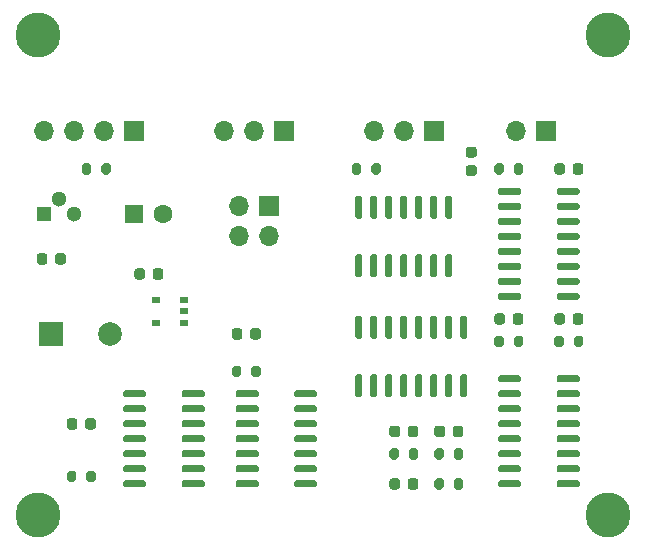
<source format=gts>
G04 #@! TF.GenerationSoftware,KiCad,Pcbnew,(5.1.10-1-10_14)*
G04 #@! TF.CreationDate,2021-06-28T15:59:20-07:00*
G04 #@! TF.ProjectId,qiroll PAS digital logic,7169726f-6c6c-4205-9041-532064696769,rev?*
G04 #@! TF.SameCoordinates,Original*
G04 #@! TF.FileFunction,Soldermask,Top*
G04 #@! TF.FilePolarity,Negative*
%FSLAX46Y46*%
G04 Gerber Fmt 4.6, Leading zero omitted, Abs format (unit mm)*
G04 Created by KiCad (PCBNEW (5.1.10-1-10_14)) date 2021-06-28 15:59:20*
%MOMM*%
%LPD*%
G01*
G04 APERTURE LIST*
%ADD10C,3.800000*%
%ADD11O,1.700000X1.700000*%
%ADD12R,1.700000X1.700000*%
%ADD13R,0.700000X0.510000*%
%ADD14R,1.300000X1.300000*%
%ADD15C,1.300000*%
%ADD16C,1.600000*%
%ADD17R,1.600000X1.600000*%
%ADD18C,2.000000*%
%ADD19R,2.000000X2.000000*%
G04 APERTURE END LIST*
D10*
G04 #@! TO.C,H4*
X113792000Y-85852000D03*
G04 #@! TD*
G04 #@! TO.C,H3*
X162052000Y-85852000D03*
G04 #@! TD*
G04 #@! TO.C,H2*
X113792000Y-45212000D03*
G04 #@! TD*
G04 #@! TO.C,H1*
X162052000Y-45212000D03*
G04 #@! TD*
D11*
G04 #@! TO.C,J5*
X130810000Y-62230000D03*
X130810000Y-59690000D03*
X133350000Y-62230000D03*
D12*
X133350000Y-59690000D03*
G04 #@! TD*
G04 #@! TO.C,U1*
G36*
G01*
X157710000Y-58570000D02*
X157710000Y-58270000D01*
G75*
G02*
X157860000Y-58120000I150000J0D01*
G01*
X159510000Y-58120000D01*
G75*
G02*
X159660000Y-58270000I0J-150000D01*
G01*
X159660000Y-58570000D01*
G75*
G02*
X159510000Y-58720000I-150000J0D01*
G01*
X157860000Y-58720000D01*
G75*
G02*
X157710000Y-58570000I0J150000D01*
G01*
G37*
G36*
G01*
X157710000Y-59840000D02*
X157710000Y-59540000D01*
G75*
G02*
X157860000Y-59390000I150000J0D01*
G01*
X159510000Y-59390000D01*
G75*
G02*
X159660000Y-59540000I0J-150000D01*
G01*
X159660000Y-59840000D01*
G75*
G02*
X159510000Y-59990000I-150000J0D01*
G01*
X157860000Y-59990000D01*
G75*
G02*
X157710000Y-59840000I0J150000D01*
G01*
G37*
G36*
G01*
X157710000Y-61110000D02*
X157710000Y-60810000D01*
G75*
G02*
X157860000Y-60660000I150000J0D01*
G01*
X159510000Y-60660000D01*
G75*
G02*
X159660000Y-60810000I0J-150000D01*
G01*
X159660000Y-61110000D01*
G75*
G02*
X159510000Y-61260000I-150000J0D01*
G01*
X157860000Y-61260000D01*
G75*
G02*
X157710000Y-61110000I0J150000D01*
G01*
G37*
G36*
G01*
X157710000Y-62380000D02*
X157710000Y-62080000D01*
G75*
G02*
X157860000Y-61930000I150000J0D01*
G01*
X159510000Y-61930000D01*
G75*
G02*
X159660000Y-62080000I0J-150000D01*
G01*
X159660000Y-62380000D01*
G75*
G02*
X159510000Y-62530000I-150000J0D01*
G01*
X157860000Y-62530000D01*
G75*
G02*
X157710000Y-62380000I0J150000D01*
G01*
G37*
G36*
G01*
X157710000Y-63650000D02*
X157710000Y-63350000D01*
G75*
G02*
X157860000Y-63200000I150000J0D01*
G01*
X159510000Y-63200000D01*
G75*
G02*
X159660000Y-63350000I0J-150000D01*
G01*
X159660000Y-63650000D01*
G75*
G02*
X159510000Y-63800000I-150000J0D01*
G01*
X157860000Y-63800000D01*
G75*
G02*
X157710000Y-63650000I0J150000D01*
G01*
G37*
G36*
G01*
X157710000Y-64920000D02*
X157710000Y-64620000D01*
G75*
G02*
X157860000Y-64470000I150000J0D01*
G01*
X159510000Y-64470000D01*
G75*
G02*
X159660000Y-64620000I0J-150000D01*
G01*
X159660000Y-64920000D01*
G75*
G02*
X159510000Y-65070000I-150000J0D01*
G01*
X157860000Y-65070000D01*
G75*
G02*
X157710000Y-64920000I0J150000D01*
G01*
G37*
G36*
G01*
X157710000Y-66190000D02*
X157710000Y-65890000D01*
G75*
G02*
X157860000Y-65740000I150000J0D01*
G01*
X159510000Y-65740000D01*
G75*
G02*
X159660000Y-65890000I0J-150000D01*
G01*
X159660000Y-66190000D01*
G75*
G02*
X159510000Y-66340000I-150000J0D01*
G01*
X157860000Y-66340000D01*
G75*
G02*
X157710000Y-66190000I0J150000D01*
G01*
G37*
G36*
G01*
X157710000Y-67460000D02*
X157710000Y-67160000D01*
G75*
G02*
X157860000Y-67010000I150000J0D01*
G01*
X159510000Y-67010000D01*
G75*
G02*
X159660000Y-67160000I0J-150000D01*
G01*
X159660000Y-67460000D01*
G75*
G02*
X159510000Y-67610000I-150000J0D01*
G01*
X157860000Y-67610000D01*
G75*
G02*
X157710000Y-67460000I0J150000D01*
G01*
G37*
G36*
G01*
X152760000Y-67460000D02*
X152760000Y-67160000D01*
G75*
G02*
X152910000Y-67010000I150000J0D01*
G01*
X154560000Y-67010000D01*
G75*
G02*
X154710000Y-67160000I0J-150000D01*
G01*
X154710000Y-67460000D01*
G75*
G02*
X154560000Y-67610000I-150000J0D01*
G01*
X152910000Y-67610000D01*
G75*
G02*
X152760000Y-67460000I0J150000D01*
G01*
G37*
G36*
G01*
X152760000Y-66190000D02*
X152760000Y-65890000D01*
G75*
G02*
X152910000Y-65740000I150000J0D01*
G01*
X154560000Y-65740000D01*
G75*
G02*
X154710000Y-65890000I0J-150000D01*
G01*
X154710000Y-66190000D01*
G75*
G02*
X154560000Y-66340000I-150000J0D01*
G01*
X152910000Y-66340000D01*
G75*
G02*
X152760000Y-66190000I0J150000D01*
G01*
G37*
G36*
G01*
X152760000Y-64920000D02*
X152760000Y-64620000D01*
G75*
G02*
X152910000Y-64470000I150000J0D01*
G01*
X154560000Y-64470000D01*
G75*
G02*
X154710000Y-64620000I0J-150000D01*
G01*
X154710000Y-64920000D01*
G75*
G02*
X154560000Y-65070000I-150000J0D01*
G01*
X152910000Y-65070000D01*
G75*
G02*
X152760000Y-64920000I0J150000D01*
G01*
G37*
G36*
G01*
X152760000Y-63650000D02*
X152760000Y-63350000D01*
G75*
G02*
X152910000Y-63200000I150000J0D01*
G01*
X154560000Y-63200000D01*
G75*
G02*
X154710000Y-63350000I0J-150000D01*
G01*
X154710000Y-63650000D01*
G75*
G02*
X154560000Y-63800000I-150000J0D01*
G01*
X152910000Y-63800000D01*
G75*
G02*
X152760000Y-63650000I0J150000D01*
G01*
G37*
G36*
G01*
X152760000Y-62380000D02*
X152760000Y-62080000D01*
G75*
G02*
X152910000Y-61930000I150000J0D01*
G01*
X154560000Y-61930000D01*
G75*
G02*
X154710000Y-62080000I0J-150000D01*
G01*
X154710000Y-62380000D01*
G75*
G02*
X154560000Y-62530000I-150000J0D01*
G01*
X152910000Y-62530000D01*
G75*
G02*
X152760000Y-62380000I0J150000D01*
G01*
G37*
G36*
G01*
X152760000Y-61110000D02*
X152760000Y-60810000D01*
G75*
G02*
X152910000Y-60660000I150000J0D01*
G01*
X154560000Y-60660000D01*
G75*
G02*
X154710000Y-60810000I0J-150000D01*
G01*
X154710000Y-61110000D01*
G75*
G02*
X154560000Y-61260000I-150000J0D01*
G01*
X152910000Y-61260000D01*
G75*
G02*
X152760000Y-61110000I0J150000D01*
G01*
G37*
G36*
G01*
X152760000Y-59840000D02*
X152760000Y-59540000D01*
G75*
G02*
X152910000Y-59390000I150000J0D01*
G01*
X154560000Y-59390000D01*
G75*
G02*
X154710000Y-59540000I0J-150000D01*
G01*
X154710000Y-59840000D01*
G75*
G02*
X154560000Y-59990000I-150000J0D01*
G01*
X152910000Y-59990000D01*
G75*
G02*
X152760000Y-59840000I0J150000D01*
G01*
G37*
G36*
G01*
X152760000Y-58570000D02*
X152760000Y-58270000D01*
G75*
G02*
X152910000Y-58120000I150000J0D01*
G01*
X154560000Y-58120000D01*
G75*
G02*
X154710000Y-58270000I0J-150000D01*
G01*
X154710000Y-58570000D01*
G75*
G02*
X154560000Y-58720000I-150000J0D01*
G01*
X152910000Y-58720000D01*
G75*
G02*
X152760000Y-58570000I0J150000D01*
G01*
G37*
G04 #@! TD*
G04 #@! TO.C,R10*
G36*
G01*
X119170000Y-56790000D02*
X119170000Y-56240000D01*
G75*
G02*
X119370000Y-56040000I200000J0D01*
G01*
X119770000Y-56040000D01*
G75*
G02*
X119970000Y-56240000I0J-200000D01*
G01*
X119970000Y-56790000D01*
G75*
G02*
X119770000Y-56990000I-200000J0D01*
G01*
X119370000Y-56990000D01*
G75*
G02*
X119170000Y-56790000I0J200000D01*
G01*
G37*
G36*
G01*
X117520000Y-56790000D02*
X117520000Y-56240000D01*
G75*
G02*
X117720000Y-56040000I200000J0D01*
G01*
X118120000Y-56040000D01*
G75*
G02*
X118320000Y-56240000I0J-200000D01*
G01*
X118320000Y-56790000D01*
G75*
G02*
X118120000Y-56990000I-200000J0D01*
G01*
X117720000Y-56990000D01*
G75*
G02*
X117520000Y-56790000I0J200000D01*
G01*
G37*
G04 #@! TD*
D13*
G04 #@! TO.C,U8*
X123808000Y-69530000D03*
X123808000Y-67630000D03*
X126128000Y-67630000D03*
X126128000Y-68580000D03*
X126128000Y-69530000D03*
G04 #@! TD*
G04 #@! TO.C,U7*
G36*
G01*
X122960000Y-83035000D02*
X122960000Y-83335000D01*
G75*
G02*
X122810000Y-83485000I-150000J0D01*
G01*
X121160000Y-83485000D01*
G75*
G02*
X121010000Y-83335000I0J150000D01*
G01*
X121010000Y-83035000D01*
G75*
G02*
X121160000Y-82885000I150000J0D01*
G01*
X122810000Y-82885000D01*
G75*
G02*
X122960000Y-83035000I0J-150000D01*
G01*
G37*
G36*
G01*
X122960000Y-81765000D02*
X122960000Y-82065000D01*
G75*
G02*
X122810000Y-82215000I-150000J0D01*
G01*
X121160000Y-82215000D01*
G75*
G02*
X121010000Y-82065000I0J150000D01*
G01*
X121010000Y-81765000D01*
G75*
G02*
X121160000Y-81615000I150000J0D01*
G01*
X122810000Y-81615000D01*
G75*
G02*
X122960000Y-81765000I0J-150000D01*
G01*
G37*
G36*
G01*
X122960000Y-80495000D02*
X122960000Y-80795000D01*
G75*
G02*
X122810000Y-80945000I-150000J0D01*
G01*
X121160000Y-80945000D01*
G75*
G02*
X121010000Y-80795000I0J150000D01*
G01*
X121010000Y-80495000D01*
G75*
G02*
X121160000Y-80345000I150000J0D01*
G01*
X122810000Y-80345000D01*
G75*
G02*
X122960000Y-80495000I0J-150000D01*
G01*
G37*
G36*
G01*
X122960000Y-79225000D02*
X122960000Y-79525000D01*
G75*
G02*
X122810000Y-79675000I-150000J0D01*
G01*
X121160000Y-79675000D01*
G75*
G02*
X121010000Y-79525000I0J150000D01*
G01*
X121010000Y-79225000D01*
G75*
G02*
X121160000Y-79075000I150000J0D01*
G01*
X122810000Y-79075000D01*
G75*
G02*
X122960000Y-79225000I0J-150000D01*
G01*
G37*
G36*
G01*
X122960000Y-77955000D02*
X122960000Y-78255000D01*
G75*
G02*
X122810000Y-78405000I-150000J0D01*
G01*
X121160000Y-78405000D01*
G75*
G02*
X121010000Y-78255000I0J150000D01*
G01*
X121010000Y-77955000D01*
G75*
G02*
X121160000Y-77805000I150000J0D01*
G01*
X122810000Y-77805000D01*
G75*
G02*
X122960000Y-77955000I0J-150000D01*
G01*
G37*
G36*
G01*
X122960000Y-76685000D02*
X122960000Y-76985000D01*
G75*
G02*
X122810000Y-77135000I-150000J0D01*
G01*
X121160000Y-77135000D01*
G75*
G02*
X121010000Y-76985000I0J150000D01*
G01*
X121010000Y-76685000D01*
G75*
G02*
X121160000Y-76535000I150000J0D01*
G01*
X122810000Y-76535000D01*
G75*
G02*
X122960000Y-76685000I0J-150000D01*
G01*
G37*
G36*
G01*
X122960000Y-75415000D02*
X122960000Y-75715000D01*
G75*
G02*
X122810000Y-75865000I-150000J0D01*
G01*
X121160000Y-75865000D01*
G75*
G02*
X121010000Y-75715000I0J150000D01*
G01*
X121010000Y-75415000D01*
G75*
G02*
X121160000Y-75265000I150000J0D01*
G01*
X122810000Y-75265000D01*
G75*
G02*
X122960000Y-75415000I0J-150000D01*
G01*
G37*
G36*
G01*
X127910000Y-75415000D02*
X127910000Y-75715000D01*
G75*
G02*
X127760000Y-75865000I-150000J0D01*
G01*
X126110000Y-75865000D01*
G75*
G02*
X125960000Y-75715000I0J150000D01*
G01*
X125960000Y-75415000D01*
G75*
G02*
X126110000Y-75265000I150000J0D01*
G01*
X127760000Y-75265000D01*
G75*
G02*
X127910000Y-75415000I0J-150000D01*
G01*
G37*
G36*
G01*
X127910000Y-76685000D02*
X127910000Y-76985000D01*
G75*
G02*
X127760000Y-77135000I-150000J0D01*
G01*
X126110000Y-77135000D01*
G75*
G02*
X125960000Y-76985000I0J150000D01*
G01*
X125960000Y-76685000D01*
G75*
G02*
X126110000Y-76535000I150000J0D01*
G01*
X127760000Y-76535000D01*
G75*
G02*
X127910000Y-76685000I0J-150000D01*
G01*
G37*
G36*
G01*
X127910000Y-77955000D02*
X127910000Y-78255000D01*
G75*
G02*
X127760000Y-78405000I-150000J0D01*
G01*
X126110000Y-78405000D01*
G75*
G02*
X125960000Y-78255000I0J150000D01*
G01*
X125960000Y-77955000D01*
G75*
G02*
X126110000Y-77805000I150000J0D01*
G01*
X127760000Y-77805000D01*
G75*
G02*
X127910000Y-77955000I0J-150000D01*
G01*
G37*
G36*
G01*
X127910000Y-79225000D02*
X127910000Y-79525000D01*
G75*
G02*
X127760000Y-79675000I-150000J0D01*
G01*
X126110000Y-79675000D01*
G75*
G02*
X125960000Y-79525000I0J150000D01*
G01*
X125960000Y-79225000D01*
G75*
G02*
X126110000Y-79075000I150000J0D01*
G01*
X127760000Y-79075000D01*
G75*
G02*
X127910000Y-79225000I0J-150000D01*
G01*
G37*
G36*
G01*
X127910000Y-80495000D02*
X127910000Y-80795000D01*
G75*
G02*
X127760000Y-80945000I-150000J0D01*
G01*
X126110000Y-80945000D01*
G75*
G02*
X125960000Y-80795000I0J150000D01*
G01*
X125960000Y-80495000D01*
G75*
G02*
X126110000Y-80345000I150000J0D01*
G01*
X127760000Y-80345000D01*
G75*
G02*
X127910000Y-80495000I0J-150000D01*
G01*
G37*
G36*
G01*
X127910000Y-81765000D02*
X127910000Y-82065000D01*
G75*
G02*
X127760000Y-82215000I-150000J0D01*
G01*
X126110000Y-82215000D01*
G75*
G02*
X125960000Y-82065000I0J150000D01*
G01*
X125960000Y-81765000D01*
G75*
G02*
X126110000Y-81615000I150000J0D01*
G01*
X127760000Y-81615000D01*
G75*
G02*
X127910000Y-81765000I0J-150000D01*
G01*
G37*
G36*
G01*
X127910000Y-83035000D02*
X127910000Y-83335000D01*
G75*
G02*
X127760000Y-83485000I-150000J0D01*
G01*
X126110000Y-83485000D01*
G75*
G02*
X125960000Y-83335000I0J150000D01*
G01*
X125960000Y-83035000D01*
G75*
G02*
X126110000Y-82885000I150000J0D01*
G01*
X127760000Y-82885000D01*
G75*
G02*
X127910000Y-83035000I0J-150000D01*
G01*
G37*
G04 #@! TD*
G04 #@! TO.C,U6*
G36*
G01*
X148440000Y-63730000D02*
X148740000Y-63730000D01*
G75*
G02*
X148890000Y-63880000I0J-150000D01*
G01*
X148890000Y-65530000D01*
G75*
G02*
X148740000Y-65680000I-150000J0D01*
G01*
X148440000Y-65680000D01*
G75*
G02*
X148290000Y-65530000I0J150000D01*
G01*
X148290000Y-63880000D01*
G75*
G02*
X148440000Y-63730000I150000J0D01*
G01*
G37*
G36*
G01*
X147170000Y-63730000D02*
X147470000Y-63730000D01*
G75*
G02*
X147620000Y-63880000I0J-150000D01*
G01*
X147620000Y-65530000D01*
G75*
G02*
X147470000Y-65680000I-150000J0D01*
G01*
X147170000Y-65680000D01*
G75*
G02*
X147020000Y-65530000I0J150000D01*
G01*
X147020000Y-63880000D01*
G75*
G02*
X147170000Y-63730000I150000J0D01*
G01*
G37*
G36*
G01*
X145900000Y-63730000D02*
X146200000Y-63730000D01*
G75*
G02*
X146350000Y-63880000I0J-150000D01*
G01*
X146350000Y-65530000D01*
G75*
G02*
X146200000Y-65680000I-150000J0D01*
G01*
X145900000Y-65680000D01*
G75*
G02*
X145750000Y-65530000I0J150000D01*
G01*
X145750000Y-63880000D01*
G75*
G02*
X145900000Y-63730000I150000J0D01*
G01*
G37*
G36*
G01*
X144630000Y-63730000D02*
X144930000Y-63730000D01*
G75*
G02*
X145080000Y-63880000I0J-150000D01*
G01*
X145080000Y-65530000D01*
G75*
G02*
X144930000Y-65680000I-150000J0D01*
G01*
X144630000Y-65680000D01*
G75*
G02*
X144480000Y-65530000I0J150000D01*
G01*
X144480000Y-63880000D01*
G75*
G02*
X144630000Y-63730000I150000J0D01*
G01*
G37*
G36*
G01*
X143360000Y-63730000D02*
X143660000Y-63730000D01*
G75*
G02*
X143810000Y-63880000I0J-150000D01*
G01*
X143810000Y-65530000D01*
G75*
G02*
X143660000Y-65680000I-150000J0D01*
G01*
X143360000Y-65680000D01*
G75*
G02*
X143210000Y-65530000I0J150000D01*
G01*
X143210000Y-63880000D01*
G75*
G02*
X143360000Y-63730000I150000J0D01*
G01*
G37*
G36*
G01*
X142090000Y-63730000D02*
X142390000Y-63730000D01*
G75*
G02*
X142540000Y-63880000I0J-150000D01*
G01*
X142540000Y-65530000D01*
G75*
G02*
X142390000Y-65680000I-150000J0D01*
G01*
X142090000Y-65680000D01*
G75*
G02*
X141940000Y-65530000I0J150000D01*
G01*
X141940000Y-63880000D01*
G75*
G02*
X142090000Y-63730000I150000J0D01*
G01*
G37*
G36*
G01*
X140820000Y-63730000D02*
X141120000Y-63730000D01*
G75*
G02*
X141270000Y-63880000I0J-150000D01*
G01*
X141270000Y-65530000D01*
G75*
G02*
X141120000Y-65680000I-150000J0D01*
G01*
X140820000Y-65680000D01*
G75*
G02*
X140670000Y-65530000I0J150000D01*
G01*
X140670000Y-63880000D01*
G75*
G02*
X140820000Y-63730000I150000J0D01*
G01*
G37*
G36*
G01*
X140820000Y-58780000D02*
X141120000Y-58780000D01*
G75*
G02*
X141270000Y-58930000I0J-150000D01*
G01*
X141270000Y-60580000D01*
G75*
G02*
X141120000Y-60730000I-150000J0D01*
G01*
X140820000Y-60730000D01*
G75*
G02*
X140670000Y-60580000I0J150000D01*
G01*
X140670000Y-58930000D01*
G75*
G02*
X140820000Y-58780000I150000J0D01*
G01*
G37*
G36*
G01*
X142090000Y-58780000D02*
X142390000Y-58780000D01*
G75*
G02*
X142540000Y-58930000I0J-150000D01*
G01*
X142540000Y-60580000D01*
G75*
G02*
X142390000Y-60730000I-150000J0D01*
G01*
X142090000Y-60730000D01*
G75*
G02*
X141940000Y-60580000I0J150000D01*
G01*
X141940000Y-58930000D01*
G75*
G02*
X142090000Y-58780000I150000J0D01*
G01*
G37*
G36*
G01*
X143360000Y-58780000D02*
X143660000Y-58780000D01*
G75*
G02*
X143810000Y-58930000I0J-150000D01*
G01*
X143810000Y-60580000D01*
G75*
G02*
X143660000Y-60730000I-150000J0D01*
G01*
X143360000Y-60730000D01*
G75*
G02*
X143210000Y-60580000I0J150000D01*
G01*
X143210000Y-58930000D01*
G75*
G02*
X143360000Y-58780000I150000J0D01*
G01*
G37*
G36*
G01*
X144630000Y-58780000D02*
X144930000Y-58780000D01*
G75*
G02*
X145080000Y-58930000I0J-150000D01*
G01*
X145080000Y-60580000D01*
G75*
G02*
X144930000Y-60730000I-150000J0D01*
G01*
X144630000Y-60730000D01*
G75*
G02*
X144480000Y-60580000I0J150000D01*
G01*
X144480000Y-58930000D01*
G75*
G02*
X144630000Y-58780000I150000J0D01*
G01*
G37*
G36*
G01*
X145900000Y-58780000D02*
X146200000Y-58780000D01*
G75*
G02*
X146350000Y-58930000I0J-150000D01*
G01*
X146350000Y-60580000D01*
G75*
G02*
X146200000Y-60730000I-150000J0D01*
G01*
X145900000Y-60730000D01*
G75*
G02*
X145750000Y-60580000I0J150000D01*
G01*
X145750000Y-58930000D01*
G75*
G02*
X145900000Y-58780000I150000J0D01*
G01*
G37*
G36*
G01*
X147170000Y-58780000D02*
X147470000Y-58780000D01*
G75*
G02*
X147620000Y-58930000I0J-150000D01*
G01*
X147620000Y-60580000D01*
G75*
G02*
X147470000Y-60730000I-150000J0D01*
G01*
X147170000Y-60730000D01*
G75*
G02*
X147020000Y-60580000I0J150000D01*
G01*
X147020000Y-58930000D01*
G75*
G02*
X147170000Y-58780000I150000J0D01*
G01*
G37*
G36*
G01*
X148440000Y-58780000D02*
X148740000Y-58780000D01*
G75*
G02*
X148890000Y-58930000I0J-150000D01*
G01*
X148890000Y-60580000D01*
G75*
G02*
X148740000Y-60730000I-150000J0D01*
G01*
X148440000Y-60730000D01*
G75*
G02*
X148290000Y-60580000I0J150000D01*
G01*
X148290000Y-58930000D01*
G75*
G02*
X148440000Y-58780000I150000J0D01*
G01*
G37*
G04 #@! TD*
D14*
G04 #@! TO.C,U5*
X114300000Y-60325000D03*
D15*
X116840000Y-60325000D03*
X115570000Y-59055000D03*
G04 #@! TD*
G04 #@! TO.C,U4*
G36*
G01*
X157710000Y-74445000D02*
X157710000Y-74145000D01*
G75*
G02*
X157860000Y-73995000I150000J0D01*
G01*
X159510000Y-73995000D01*
G75*
G02*
X159660000Y-74145000I0J-150000D01*
G01*
X159660000Y-74445000D01*
G75*
G02*
X159510000Y-74595000I-150000J0D01*
G01*
X157860000Y-74595000D01*
G75*
G02*
X157710000Y-74445000I0J150000D01*
G01*
G37*
G36*
G01*
X157710000Y-75715000D02*
X157710000Y-75415000D01*
G75*
G02*
X157860000Y-75265000I150000J0D01*
G01*
X159510000Y-75265000D01*
G75*
G02*
X159660000Y-75415000I0J-150000D01*
G01*
X159660000Y-75715000D01*
G75*
G02*
X159510000Y-75865000I-150000J0D01*
G01*
X157860000Y-75865000D01*
G75*
G02*
X157710000Y-75715000I0J150000D01*
G01*
G37*
G36*
G01*
X157710000Y-76985000D02*
X157710000Y-76685000D01*
G75*
G02*
X157860000Y-76535000I150000J0D01*
G01*
X159510000Y-76535000D01*
G75*
G02*
X159660000Y-76685000I0J-150000D01*
G01*
X159660000Y-76985000D01*
G75*
G02*
X159510000Y-77135000I-150000J0D01*
G01*
X157860000Y-77135000D01*
G75*
G02*
X157710000Y-76985000I0J150000D01*
G01*
G37*
G36*
G01*
X157710000Y-78255000D02*
X157710000Y-77955000D01*
G75*
G02*
X157860000Y-77805000I150000J0D01*
G01*
X159510000Y-77805000D01*
G75*
G02*
X159660000Y-77955000I0J-150000D01*
G01*
X159660000Y-78255000D01*
G75*
G02*
X159510000Y-78405000I-150000J0D01*
G01*
X157860000Y-78405000D01*
G75*
G02*
X157710000Y-78255000I0J150000D01*
G01*
G37*
G36*
G01*
X157710000Y-79525000D02*
X157710000Y-79225000D01*
G75*
G02*
X157860000Y-79075000I150000J0D01*
G01*
X159510000Y-79075000D01*
G75*
G02*
X159660000Y-79225000I0J-150000D01*
G01*
X159660000Y-79525000D01*
G75*
G02*
X159510000Y-79675000I-150000J0D01*
G01*
X157860000Y-79675000D01*
G75*
G02*
X157710000Y-79525000I0J150000D01*
G01*
G37*
G36*
G01*
X157710000Y-80795000D02*
X157710000Y-80495000D01*
G75*
G02*
X157860000Y-80345000I150000J0D01*
G01*
X159510000Y-80345000D01*
G75*
G02*
X159660000Y-80495000I0J-150000D01*
G01*
X159660000Y-80795000D01*
G75*
G02*
X159510000Y-80945000I-150000J0D01*
G01*
X157860000Y-80945000D01*
G75*
G02*
X157710000Y-80795000I0J150000D01*
G01*
G37*
G36*
G01*
X157710000Y-82065000D02*
X157710000Y-81765000D01*
G75*
G02*
X157860000Y-81615000I150000J0D01*
G01*
X159510000Y-81615000D01*
G75*
G02*
X159660000Y-81765000I0J-150000D01*
G01*
X159660000Y-82065000D01*
G75*
G02*
X159510000Y-82215000I-150000J0D01*
G01*
X157860000Y-82215000D01*
G75*
G02*
X157710000Y-82065000I0J150000D01*
G01*
G37*
G36*
G01*
X157710000Y-83335000D02*
X157710000Y-83035000D01*
G75*
G02*
X157860000Y-82885000I150000J0D01*
G01*
X159510000Y-82885000D01*
G75*
G02*
X159660000Y-83035000I0J-150000D01*
G01*
X159660000Y-83335000D01*
G75*
G02*
X159510000Y-83485000I-150000J0D01*
G01*
X157860000Y-83485000D01*
G75*
G02*
X157710000Y-83335000I0J150000D01*
G01*
G37*
G36*
G01*
X152760000Y-83335000D02*
X152760000Y-83035000D01*
G75*
G02*
X152910000Y-82885000I150000J0D01*
G01*
X154560000Y-82885000D01*
G75*
G02*
X154710000Y-83035000I0J-150000D01*
G01*
X154710000Y-83335000D01*
G75*
G02*
X154560000Y-83485000I-150000J0D01*
G01*
X152910000Y-83485000D01*
G75*
G02*
X152760000Y-83335000I0J150000D01*
G01*
G37*
G36*
G01*
X152760000Y-82065000D02*
X152760000Y-81765000D01*
G75*
G02*
X152910000Y-81615000I150000J0D01*
G01*
X154560000Y-81615000D01*
G75*
G02*
X154710000Y-81765000I0J-150000D01*
G01*
X154710000Y-82065000D01*
G75*
G02*
X154560000Y-82215000I-150000J0D01*
G01*
X152910000Y-82215000D01*
G75*
G02*
X152760000Y-82065000I0J150000D01*
G01*
G37*
G36*
G01*
X152760000Y-80795000D02*
X152760000Y-80495000D01*
G75*
G02*
X152910000Y-80345000I150000J0D01*
G01*
X154560000Y-80345000D01*
G75*
G02*
X154710000Y-80495000I0J-150000D01*
G01*
X154710000Y-80795000D01*
G75*
G02*
X154560000Y-80945000I-150000J0D01*
G01*
X152910000Y-80945000D01*
G75*
G02*
X152760000Y-80795000I0J150000D01*
G01*
G37*
G36*
G01*
X152760000Y-79525000D02*
X152760000Y-79225000D01*
G75*
G02*
X152910000Y-79075000I150000J0D01*
G01*
X154560000Y-79075000D01*
G75*
G02*
X154710000Y-79225000I0J-150000D01*
G01*
X154710000Y-79525000D01*
G75*
G02*
X154560000Y-79675000I-150000J0D01*
G01*
X152910000Y-79675000D01*
G75*
G02*
X152760000Y-79525000I0J150000D01*
G01*
G37*
G36*
G01*
X152760000Y-78255000D02*
X152760000Y-77955000D01*
G75*
G02*
X152910000Y-77805000I150000J0D01*
G01*
X154560000Y-77805000D01*
G75*
G02*
X154710000Y-77955000I0J-150000D01*
G01*
X154710000Y-78255000D01*
G75*
G02*
X154560000Y-78405000I-150000J0D01*
G01*
X152910000Y-78405000D01*
G75*
G02*
X152760000Y-78255000I0J150000D01*
G01*
G37*
G36*
G01*
X152760000Y-76985000D02*
X152760000Y-76685000D01*
G75*
G02*
X152910000Y-76535000I150000J0D01*
G01*
X154560000Y-76535000D01*
G75*
G02*
X154710000Y-76685000I0J-150000D01*
G01*
X154710000Y-76985000D01*
G75*
G02*
X154560000Y-77135000I-150000J0D01*
G01*
X152910000Y-77135000D01*
G75*
G02*
X152760000Y-76985000I0J150000D01*
G01*
G37*
G36*
G01*
X152760000Y-75715000D02*
X152760000Y-75415000D01*
G75*
G02*
X152910000Y-75265000I150000J0D01*
G01*
X154560000Y-75265000D01*
G75*
G02*
X154710000Y-75415000I0J-150000D01*
G01*
X154710000Y-75715000D01*
G75*
G02*
X154560000Y-75865000I-150000J0D01*
G01*
X152910000Y-75865000D01*
G75*
G02*
X152760000Y-75715000I0J150000D01*
G01*
G37*
G36*
G01*
X152760000Y-74445000D02*
X152760000Y-74145000D01*
G75*
G02*
X152910000Y-73995000I150000J0D01*
G01*
X154560000Y-73995000D01*
G75*
G02*
X154710000Y-74145000I0J-150000D01*
G01*
X154710000Y-74445000D01*
G75*
G02*
X154560000Y-74595000I-150000J0D01*
G01*
X152910000Y-74595000D01*
G75*
G02*
X152760000Y-74445000I0J150000D01*
G01*
G37*
G04 #@! TD*
G04 #@! TO.C,U3*
G36*
G01*
X141120000Y-70890000D02*
X140820000Y-70890000D01*
G75*
G02*
X140670000Y-70740000I0J150000D01*
G01*
X140670000Y-69090000D01*
G75*
G02*
X140820000Y-68940000I150000J0D01*
G01*
X141120000Y-68940000D01*
G75*
G02*
X141270000Y-69090000I0J-150000D01*
G01*
X141270000Y-70740000D01*
G75*
G02*
X141120000Y-70890000I-150000J0D01*
G01*
G37*
G36*
G01*
X142390000Y-70890000D02*
X142090000Y-70890000D01*
G75*
G02*
X141940000Y-70740000I0J150000D01*
G01*
X141940000Y-69090000D01*
G75*
G02*
X142090000Y-68940000I150000J0D01*
G01*
X142390000Y-68940000D01*
G75*
G02*
X142540000Y-69090000I0J-150000D01*
G01*
X142540000Y-70740000D01*
G75*
G02*
X142390000Y-70890000I-150000J0D01*
G01*
G37*
G36*
G01*
X143660000Y-70890000D02*
X143360000Y-70890000D01*
G75*
G02*
X143210000Y-70740000I0J150000D01*
G01*
X143210000Y-69090000D01*
G75*
G02*
X143360000Y-68940000I150000J0D01*
G01*
X143660000Y-68940000D01*
G75*
G02*
X143810000Y-69090000I0J-150000D01*
G01*
X143810000Y-70740000D01*
G75*
G02*
X143660000Y-70890000I-150000J0D01*
G01*
G37*
G36*
G01*
X144930000Y-70890000D02*
X144630000Y-70890000D01*
G75*
G02*
X144480000Y-70740000I0J150000D01*
G01*
X144480000Y-69090000D01*
G75*
G02*
X144630000Y-68940000I150000J0D01*
G01*
X144930000Y-68940000D01*
G75*
G02*
X145080000Y-69090000I0J-150000D01*
G01*
X145080000Y-70740000D01*
G75*
G02*
X144930000Y-70890000I-150000J0D01*
G01*
G37*
G36*
G01*
X146200000Y-70890000D02*
X145900000Y-70890000D01*
G75*
G02*
X145750000Y-70740000I0J150000D01*
G01*
X145750000Y-69090000D01*
G75*
G02*
X145900000Y-68940000I150000J0D01*
G01*
X146200000Y-68940000D01*
G75*
G02*
X146350000Y-69090000I0J-150000D01*
G01*
X146350000Y-70740000D01*
G75*
G02*
X146200000Y-70890000I-150000J0D01*
G01*
G37*
G36*
G01*
X147470000Y-70890000D02*
X147170000Y-70890000D01*
G75*
G02*
X147020000Y-70740000I0J150000D01*
G01*
X147020000Y-69090000D01*
G75*
G02*
X147170000Y-68940000I150000J0D01*
G01*
X147470000Y-68940000D01*
G75*
G02*
X147620000Y-69090000I0J-150000D01*
G01*
X147620000Y-70740000D01*
G75*
G02*
X147470000Y-70890000I-150000J0D01*
G01*
G37*
G36*
G01*
X148740000Y-70890000D02*
X148440000Y-70890000D01*
G75*
G02*
X148290000Y-70740000I0J150000D01*
G01*
X148290000Y-69090000D01*
G75*
G02*
X148440000Y-68940000I150000J0D01*
G01*
X148740000Y-68940000D01*
G75*
G02*
X148890000Y-69090000I0J-150000D01*
G01*
X148890000Y-70740000D01*
G75*
G02*
X148740000Y-70890000I-150000J0D01*
G01*
G37*
G36*
G01*
X150010000Y-70890000D02*
X149710000Y-70890000D01*
G75*
G02*
X149560000Y-70740000I0J150000D01*
G01*
X149560000Y-69090000D01*
G75*
G02*
X149710000Y-68940000I150000J0D01*
G01*
X150010000Y-68940000D01*
G75*
G02*
X150160000Y-69090000I0J-150000D01*
G01*
X150160000Y-70740000D01*
G75*
G02*
X150010000Y-70890000I-150000J0D01*
G01*
G37*
G36*
G01*
X150010000Y-75840000D02*
X149710000Y-75840000D01*
G75*
G02*
X149560000Y-75690000I0J150000D01*
G01*
X149560000Y-74040000D01*
G75*
G02*
X149710000Y-73890000I150000J0D01*
G01*
X150010000Y-73890000D01*
G75*
G02*
X150160000Y-74040000I0J-150000D01*
G01*
X150160000Y-75690000D01*
G75*
G02*
X150010000Y-75840000I-150000J0D01*
G01*
G37*
G36*
G01*
X148740000Y-75840000D02*
X148440000Y-75840000D01*
G75*
G02*
X148290000Y-75690000I0J150000D01*
G01*
X148290000Y-74040000D01*
G75*
G02*
X148440000Y-73890000I150000J0D01*
G01*
X148740000Y-73890000D01*
G75*
G02*
X148890000Y-74040000I0J-150000D01*
G01*
X148890000Y-75690000D01*
G75*
G02*
X148740000Y-75840000I-150000J0D01*
G01*
G37*
G36*
G01*
X147470000Y-75840000D02*
X147170000Y-75840000D01*
G75*
G02*
X147020000Y-75690000I0J150000D01*
G01*
X147020000Y-74040000D01*
G75*
G02*
X147170000Y-73890000I150000J0D01*
G01*
X147470000Y-73890000D01*
G75*
G02*
X147620000Y-74040000I0J-150000D01*
G01*
X147620000Y-75690000D01*
G75*
G02*
X147470000Y-75840000I-150000J0D01*
G01*
G37*
G36*
G01*
X146200000Y-75840000D02*
X145900000Y-75840000D01*
G75*
G02*
X145750000Y-75690000I0J150000D01*
G01*
X145750000Y-74040000D01*
G75*
G02*
X145900000Y-73890000I150000J0D01*
G01*
X146200000Y-73890000D01*
G75*
G02*
X146350000Y-74040000I0J-150000D01*
G01*
X146350000Y-75690000D01*
G75*
G02*
X146200000Y-75840000I-150000J0D01*
G01*
G37*
G36*
G01*
X144930000Y-75840000D02*
X144630000Y-75840000D01*
G75*
G02*
X144480000Y-75690000I0J150000D01*
G01*
X144480000Y-74040000D01*
G75*
G02*
X144630000Y-73890000I150000J0D01*
G01*
X144930000Y-73890000D01*
G75*
G02*
X145080000Y-74040000I0J-150000D01*
G01*
X145080000Y-75690000D01*
G75*
G02*
X144930000Y-75840000I-150000J0D01*
G01*
G37*
G36*
G01*
X143660000Y-75840000D02*
X143360000Y-75840000D01*
G75*
G02*
X143210000Y-75690000I0J150000D01*
G01*
X143210000Y-74040000D01*
G75*
G02*
X143360000Y-73890000I150000J0D01*
G01*
X143660000Y-73890000D01*
G75*
G02*
X143810000Y-74040000I0J-150000D01*
G01*
X143810000Y-75690000D01*
G75*
G02*
X143660000Y-75840000I-150000J0D01*
G01*
G37*
G36*
G01*
X142390000Y-75840000D02*
X142090000Y-75840000D01*
G75*
G02*
X141940000Y-75690000I0J150000D01*
G01*
X141940000Y-74040000D01*
G75*
G02*
X142090000Y-73890000I150000J0D01*
G01*
X142390000Y-73890000D01*
G75*
G02*
X142540000Y-74040000I0J-150000D01*
G01*
X142540000Y-75690000D01*
G75*
G02*
X142390000Y-75840000I-150000J0D01*
G01*
G37*
G36*
G01*
X141120000Y-75840000D02*
X140820000Y-75840000D01*
G75*
G02*
X140670000Y-75690000I0J150000D01*
G01*
X140670000Y-74040000D01*
G75*
G02*
X140820000Y-73890000I150000J0D01*
G01*
X141120000Y-73890000D01*
G75*
G02*
X141270000Y-74040000I0J-150000D01*
G01*
X141270000Y-75690000D01*
G75*
G02*
X141120000Y-75840000I-150000J0D01*
G01*
G37*
G04 #@! TD*
G04 #@! TO.C,U2*
G36*
G01*
X132485000Y-83035000D02*
X132485000Y-83335000D01*
G75*
G02*
X132335000Y-83485000I-150000J0D01*
G01*
X130685000Y-83485000D01*
G75*
G02*
X130535000Y-83335000I0J150000D01*
G01*
X130535000Y-83035000D01*
G75*
G02*
X130685000Y-82885000I150000J0D01*
G01*
X132335000Y-82885000D01*
G75*
G02*
X132485000Y-83035000I0J-150000D01*
G01*
G37*
G36*
G01*
X132485000Y-81765000D02*
X132485000Y-82065000D01*
G75*
G02*
X132335000Y-82215000I-150000J0D01*
G01*
X130685000Y-82215000D01*
G75*
G02*
X130535000Y-82065000I0J150000D01*
G01*
X130535000Y-81765000D01*
G75*
G02*
X130685000Y-81615000I150000J0D01*
G01*
X132335000Y-81615000D01*
G75*
G02*
X132485000Y-81765000I0J-150000D01*
G01*
G37*
G36*
G01*
X132485000Y-80495000D02*
X132485000Y-80795000D01*
G75*
G02*
X132335000Y-80945000I-150000J0D01*
G01*
X130685000Y-80945000D01*
G75*
G02*
X130535000Y-80795000I0J150000D01*
G01*
X130535000Y-80495000D01*
G75*
G02*
X130685000Y-80345000I150000J0D01*
G01*
X132335000Y-80345000D01*
G75*
G02*
X132485000Y-80495000I0J-150000D01*
G01*
G37*
G36*
G01*
X132485000Y-79225000D02*
X132485000Y-79525000D01*
G75*
G02*
X132335000Y-79675000I-150000J0D01*
G01*
X130685000Y-79675000D01*
G75*
G02*
X130535000Y-79525000I0J150000D01*
G01*
X130535000Y-79225000D01*
G75*
G02*
X130685000Y-79075000I150000J0D01*
G01*
X132335000Y-79075000D01*
G75*
G02*
X132485000Y-79225000I0J-150000D01*
G01*
G37*
G36*
G01*
X132485000Y-77955000D02*
X132485000Y-78255000D01*
G75*
G02*
X132335000Y-78405000I-150000J0D01*
G01*
X130685000Y-78405000D01*
G75*
G02*
X130535000Y-78255000I0J150000D01*
G01*
X130535000Y-77955000D01*
G75*
G02*
X130685000Y-77805000I150000J0D01*
G01*
X132335000Y-77805000D01*
G75*
G02*
X132485000Y-77955000I0J-150000D01*
G01*
G37*
G36*
G01*
X132485000Y-76685000D02*
X132485000Y-76985000D01*
G75*
G02*
X132335000Y-77135000I-150000J0D01*
G01*
X130685000Y-77135000D01*
G75*
G02*
X130535000Y-76985000I0J150000D01*
G01*
X130535000Y-76685000D01*
G75*
G02*
X130685000Y-76535000I150000J0D01*
G01*
X132335000Y-76535000D01*
G75*
G02*
X132485000Y-76685000I0J-150000D01*
G01*
G37*
G36*
G01*
X132485000Y-75415000D02*
X132485000Y-75715000D01*
G75*
G02*
X132335000Y-75865000I-150000J0D01*
G01*
X130685000Y-75865000D01*
G75*
G02*
X130535000Y-75715000I0J150000D01*
G01*
X130535000Y-75415000D01*
G75*
G02*
X130685000Y-75265000I150000J0D01*
G01*
X132335000Y-75265000D01*
G75*
G02*
X132485000Y-75415000I0J-150000D01*
G01*
G37*
G36*
G01*
X137435000Y-75415000D02*
X137435000Y-75715000D01*
G75*
G02*
X137285000Y-75865000I-150000J0D01*
G01*
X135635000Y-75865000D01*
G75*
G02*
X135485000Y-75715000I0J150000D01*
G01*
X135485000Y-75415000D01*
G75*
G02*
X135635000Y-75265000I150000J0D01*
G01*
X137285000Y-75265000D01*
G75*
G02*
X137435000Y-75415000I0J-150000D01*
G01*
G37*
G36*
G01*
X137435000Y-76685000D02*
X137435000Y-76985000D01*
G75*
G02*
X137285000Y-77135000I-150000J0D01*
G01*
X135635000Y-77135000D01*
G75*
G02*
X135485000Y-76985000I0J150000D01*
G01*
X135485000Y-76685000D01*
G75*
G02*
X135635000Y-76535000I150000J0D01*
G01*
X137285000Y-76535000D01*
G75*
G02*
X137435000Y-76685000I0J-150000D01*
G01*
G37*
G36*
G01*
X137435000Y-77955000D02*
X137435000Y-78255000D01*
G75*
G02*
X137285000Y-78405000I-150000J0D01*
G01*
X135635000Y-78405000D01*
G75*
G02*
X135485000Y-78255000I0J150000D01*
G01*
X135485000Y-77955000D01*
G75*
G02*
X135635000Y-77805000I150000J0D01*
G01*
X137285000Y-77805000D01*
G75*
G02*
X137435000Y-77955000I0J-150000D01*
G01*
G37*
G36*
G01*
X137435000Y-79225000D02*
X137435000Y-79525000D01*
G75*
G02*
X137285000Y-79675000I-150000J0D01*
G01*
X135635000Y-79675000D01*
G75*
G02*
X135485000Y-79525000I0J150000D01*
G01*
X135485000Y-79225000D01*
G75*
G02*
X135635000Y-79075000I150000J0D01*
G01*
X137285000Y-79075000D01*
G75*
G02*
X137435000Y-79225000I0J-150000D01*
G01*
G37*
G36*
G01*
X137435000Y-80495000D02*
X137435000Y-80795000D01*
G75*
G02*
X137285000Y-80945000I-150000J0D01*
G01*
X135635000Y-80945000D01*
G75*
G02*
X135485000Y-80795000I0J150000D01*
G01*
X135485000Y-80495000D01*
G75*
G02*
X135635000Y-80345000I150000J0D01*
G01*
X137285000Y-80345000D01*
G75*
G02*
X137435000Y-80495000I0J-150000D01*
G01*
G37*
G36*
G01*
X137435000Y-81765000D02*
X137435000Y-82065000D01*
G75*
G02*
X137285000Y-82215000I-150000J0D01*
G01*
X135635000Y-82215000D01*
G75*
G02*
X135485000Y-82065000I0J150000D01*
G01*
X135485000Y-81765000D01*
G75*
G02*
X135635000Y-81615000I150000J0D01*
G01*
X137285000Y-81615000D01*
G75*
G02*
X137435000Y-81765000I0J-150000D01*
G01*
G37*
G36*
G01*
X137435000Y-83035000D02*
X137435000Y-83335000D01*
G75*
G02*
X137285000Y-83485000I-150000J0D01*
G01*
X135635000Y-83485000D01*
G75*
G02*
X135485000Y-83335000I0J150000D01*
G01*
X135485000Y-83035000D01*
G75*
G02*
X135635000Y-82885000I150000J0D01*
G01*
X137285000Y-82885000D01*
G75*
G02*
X137435000Y-83035000I0J-150000D01*
G01*
G37*
G04 #@! TD*
G04 #@! TO.C,R9*
G36*
G01*
X131870000Y-73935000D02*
X131870000Y-73385000D01*
G75*
G02*
X132070000Y-73185000I200000J0D01*
G01*
X132470000Y-73185000D01*
G75*
G02*
X132670000Y-73385000I0J-200000D01*
G01*
X132670000Y-73935000D01*
G75*
G02*
X132470000Y-74135000I-200000J0D01*
G01*
X132070000Y-74135000D01*
G75*
G02*
X131870000Y-73935000I0J200000D01*
G01*
G37*
G36*
G01*
X130220000Y-73935000D02*
X130220000Y-73385000D01*
G75*
G02*
X130420000Y-73185000I200000J0D01*
G01*
X130820000Y-73185000D01*
G75*
G02*
X131020000Y-73385000I0J-200000D01*
G01*
X131020000Y-73935000D01*
G75*
G02*
X130820000Y-74135000I-200000J0D01*
G01*
X130420000Y-74135000D01*
G75*
G02*
X130220000Y-73935000I0J200000D01*
G01*
G37*
G04 #@! TD*
G04 #@! TO.C,R8*
G36*
G01*
X117900000Y-82825000D02*
X117900000Y-82275000D01*
G75*
G02*
X118100000Y-82075000I200000J0D01*
G01*
X118500000Y-82075000D01*
G75*
G02*
X118700000Y-82275000I0J-200000D01*
G01*
X118700000Y-82825000D01*
G75*
G02*
X118500000Y-83025000I-200000J0D01*
G01*
X118100000Y-83025000D01*
G75*
G02*
X117900000Y-82825000I0J200000D01*
G01*
G37*
G36*
G01*
X116250000Y-82825000D02*
X116250000Y-82275000D01*
G75*
G02*
X116450000Y-82075000I200000J0D01*
G01*
X116850000Y-82075000D01*
G75*
G02*
X117050000Y-82275000I0J-200000D01*
G01*
X117050000Y-82825000D01*
G75*
G02*
X116850000Y-83025000I-200000J0D01*
G01*
X116450000Y-83025000D01*
G75*
G02*
X116250000Y-82825000I0J200000D01*
G01*
G37*
G04 #@! TD*
G04 #@! TO.C,R7*
G36*
G01*
X145205000Y-80920000D02*
X145205000Y-80370000D01*
G75*
G02*
X145405000Y-80170000I200000J0D01*
G01*
X145805000Y-80170000D01*
G75*
G02*
X146005000Y-80370000I0J-200000D01*
G01*
X146005000Y-80920000D01*
G75*
G02*
X145805000Y-81120000I-200000J0D01*
G01*
X145405000Y-81120000D01*
G75*
G02*
X145205000Y-80920000I0J200000D01*
G01*
G37*
G36*
G01*
X143555000Y-80920000D02*
X143555000Y-80370000D01*
G75*
G02*
X143755000Y-80170000I200000J0D01*
G01*
X144155000Y-80170000D01*
G75*
G02*
X144355000Y-80370000I0J-200000D01*
G01*
X144355000Y-80920000D01*
G75*
G02*
X144155000Y-81120000I-200000J0D01*
G01*
X143755000Y-81120000D01*
G75*
G02*
X143555000Y-80920000I0J200000D01*
G01*
G37*
G04 #@! TD*
G04 #@! TO.C,R6*
G36*
G01*
X159175000Y-71395000D02*
X159175000Y-70845000D01*
G75*
G02*
X159375000Y-70645000I200000J0D01*
G01*
X159775000Y-70645000D01*
G75*
G02*
X159975000Y-70845000I0J-200000D01*
G01*
X159975000Y-71395000D01*
G75*
G02*
X159775000Y-71595000I-200000J0D01*
G01*
X159375000Y-71595000D01*
G75*
G02*
X159175000Y-71395000I0J200000D01*
G01*
G37*
G36*
G01*
X157525000Y-71395000D02*
X157525000Y-70845000D01*
G75*
G02*
X157725000Y-70645000I200000J0D01*
G01*
X158125000Y-70645000D01*
G75*
G02*
X158325000Y-70845000I0J-200000D01*
G01*
X158325000Y-71395000D01*
G75*
G02*
X158125000Y-71595000I-200000J0D01*
G01*
X157725000Y-71595000D01*
G75*
G02*
X157525000Y-71395000I0J200000D01*
G01*
G37*
G04 #@! TD*
G04 #@! TO.C,R5*
G36*
G01*
X148165000Y-80370000D02*
X148165000Y-80920000D01*
G75*
G02*
X147965000Y-81120000I-200000J0D01*
G01*
X147565000Y-81120000D01*
G75*
G02*
X147365000Y-80920000I0J200000D01*
G01*
X147365000Y-80370000D01*
G75*
G02*
X147565000Y-80170000I200000J0D01*
G01*
X147965000Y-80170000D01*
G75*
G02*
X148165000Y-80370000I0J-200000D01*
G01*
G37*
G36*
G01*
X149815000Y-80370000D02*
X149815000Y-80920000D01*
G75*
G02*
X149615000Y-81120000I-200000J0D01*
G01*
X149215000Y-81120000D01*
G75*
G02*
X149015000Y-80920000I0J200000D01*
G01*
X149015000Y-80370000D01*
G75*
G02*
X149215000Y-80170000I200000J0D01*
G01*
X149615000Y-80170000D01*
G75*
G02*
X149815000Y-80370000I0J-200000D01*
G01*
G37*
G04 #@! TD*
G04 #@! TO.C,R4*
G36*
G01*
X148165000Y-82910000D02*
X148165000Y-83460000D01*
G75*
G02*
X147965000Y-83660000I-200000J0D01*
G01*
X147565000Y-83660000D01*
G75*
G02*
X147365000Y-83460000I0J200000D01*
G01*
X147365000Y-82910000D01*
G75*
G02*
X147565000Y-82710000I200000J0D01*
G01*
X147965000Y-82710000D01*
G75*
G02*
X148165000Y-82910000I0J-200000D01*
G01*
G37*
G36*
G01*
X149815000Y-82910000D02*
X149815000Y-83460000D01*
G75*
G02*
X149615000Y-83660000I-200000J0D01*
G01*
X149215000Y-83660000D01*
G75*
G02*
X149015000Y-83460000I0J200000D01*
G01*
X149015000Y-82910000D01*
G75*
G02*
X149215000Y-82710000I200000J0D01*
G01*
X149615000Y-82710000D01*
G75*
G02*
X149815000Y-82910000I0J-200000D01*
G01*
G37*
G04 #@! TD*
G04 #@! TO.C,R3*
G36*
G01*
X142030000Y-56790000D02*
X142030000Y-56240000D01*
G75*
G02*
X142230000Y-56040000I200000J0D01*
G01*
X142630000Y-56040000D01*
G75*
G02*
X142830000Y-56240000I0J-200000D01*
G01*
X142830000Y-56790000D01*
G75*
G02*
X142630000Y-56990000I-200000J0D01*
G01*
X142230000Y-56990000D01*
G75*
G02*
X142030000Y-56790000I0J200000D01*
G01*
G37*
G36*
G01*
X140380000Y-56790000D02*
X140380000Y-56240000D01*
G75*
G02*
X140580000Y-56040000I200000J0D01*
G01*
X140980000Y-56040000D01*
G75*
G02*
X141180000Y-56240000I0J-200000D01*
G01*
X141180000Y-56790000D01*
G75*
G02*
X140980000Y-56990000I-200000J0D01*
G01*
X140580000Y-56990000D01*
G75*
G02*
X140380000Y-56790000I0J200000D01*
G01*
G37*
G04 #@! TD*
G04 #@! TO.C,R2*
G36*
G01*
X154095000Y-71395000D02*
X154095000Y-70845000D01*
G75*
G02*
X154295000Y-70645000I200000J0D01*
G01*
X154695000Y-70645000D01*
G75*
G02*
X154895000Y-70845000I0J-200000D01*
G01*
X154895000Y-71395000D01*
G75*
G02*
X154695000Y-71595000I-200000J0D01*
G01*
X154295000Y-71595000D01*
G75*
G02*
X154095000Y-71395000I0J200000D01*
G01*
G37*
G36*
G01*
X152445000Y-71395000D02*
X152445000Y-70845000D01*
G75*
G02*
X152645000Y-70645000I200000J0D01*
G01*
X153045000Y-70645000D01*
G75*
G02*
X153245000Y-70845000I0J-200000D01*
G01*
X153245000Y-71395000D01*
G75*
G02*
X153045000Y-71595000I-200000J0D01*
G01*
X152645000Y-71595000D01*
G75*
G02*
X152445000Y-71395000I0J200000D01*
G01*
G37*
G04 #@! TD*
G04 #@! TO.C,R1*
G36*
G01*
X154095000Y-56790000D02*
X154095000Y-56240000D01*
G75*
G02*
X154295000Y-56040000I200000J0D01*
G01*
X154695000Y-56040000D01*
G75*
G02*
X154895000Y-56240000I0J-200000D01*
G01*
X154895000Y-56790000D01*
G75*
G02*
X154695000Y-56990000I-200000J0D01*
G01*
X154295000Y-56990000D01*
G75*
G02*
X154095000Y-56790000I0J200000D01*
G01*
G37*
G36*
G01*
X152445000Y-56790000D02*
X152445000Y-56240000D01*
G75*
G02*
X152645000Y-56040000I200000J0D01*
G01*
X153045000Y-56040000D01*
G75*
G02*
X153245000Y-56240000I0J-200000D01*
G01*
X153245000Y-56790000D01*
G75*
G02*
X153045000Y-56990000I-200000J0D01*
G01*
X152645000Y-56990000D01*
G75*
G02*
X152445000Y-56790000I0J200000D01*
G01*
G37*
G04 #@! TD*
D11*
G04 #@! TO.C,J4*
X154305000Y-53340000D03*
D12*
X156845000Y-53340000D03*
G04 #@! TD*
D11*
G04 #@! TO.C,J3*
X142240000Y-53340000D03*
X144780000Y-53340000D03*
D12*
X147320000Y-53340000D03*
G04 #@! TD*
D11*
G04 #@! TO.C,J2*
X114300000Y-53340000D03*
X116840000Y-53340000D03*
X119380000Y-53340000D03*
D12*
X121920000Y-53340000D03*
G04 #@! TD*
D11*
G04 #@! TO.C,J1*
X129540000Y-53340000D03*
X132080000Y-53340000D03*
D12*
X134620000Y-53340000D03*
G04 #@! TD*
G04 #@! TO.C,C13*
G36*
G01*
X145105000Y-78990000D02*
X145105000Y-78490000D01*
G75*
G02*
X145330000Y-78265000I225000J0D01*
G01*
X145780000Y-78265000D01*
G75*
G02*
X146005000Y-78490000I0J-225000D01*
G01*
X146005000Y-78990000D01*
G75*
G02*
X145780000Y-79215000I-225000J0D01*
G01*
X145330000Y-79215000D01*
G75*
G02*
X145105000Y-78990000I0J225000D01*
G01*
G37*
G36*
G01*
X143555000Y-78990000D02*
X143555000Y-78490000D01*
G75*
G02*
X143780000Y-78265000I225000J0D01*
G01*
X144230000Y-78265000D01*
G75*
G02*
X144455000Y-78490000I0J-225000D01*
G01*
X144455000Y-78990000D01*
G75*
G02*
X144230000Y-79215000I-225000J0D01*
G01*
X143780000Y-79215000D01*
G75*
G02*
X143555000Y-78990000I0J225000D01*
G01*
G37*
G04 #@! TD*
G04 #@! TO.C,C12*
G36*
G01*
X150745000Y-55555000D02*
X150245000Y-55555000D01*
G75*
G02*
X150020000Y-55330000I0J225000D01*
G01*
X150020000Y-54880000D01*
G75*
G02*
X150245000Y-54655000I225000J0D01*
G01*
X150745000Y-54655000D01*
G75*
G02*
X150970000Y-54880000I0J-225000D01*
G01*
X150970000Y-55330000D01*
G75*
G02*
X150745000Y-55555000I-225000J0D01*
G01*
G37*
G36*
G01*
X150745000Y-57105000D02*
X150245000Y-57105000D01*
G75*
G02*
X150020000Y-56880000I0J225000D01*
G01*
X150020000Y-56430000D01*
G75*
G02*
X150245000Y-56205000I225000J0D01*
G01*
X150745000Y-56205000D01*
G75*
G02*
X150970000Y-56430000I0J-225000D01*
G01*
X150970000Y-56880000D01*
G75*
G02*
X150745000Y-57105000I-225000J0D01*
G01*
G37*
G04 #@! TD*
G04 #@! TO.C,C11*
G36*
G01*
X131120000Y-70235000D02*
X131120000Y-70735000D01*
G75*
G02*
X130895000Y-70960000I-225000J0D01*
G01*
X130445000Y-70960000D01*
G75*
G02*
X130220000Y-70735000I0J225000D01*
G01*
X130220000Y-70235000D01*
G75*
G02*
X130445000Y-70010000I225000J0D01*
G01*
X130895000Y-70010000D01*
G75*
G02*
X131120000Y-70235000I0J-225000D01*
G01*
G37*
G36*
G01*
X132670000Y-70235000D02*
X132670000Y-70735000D01*
G75*
G02*
X132445000Y-70960000I-225000J0D01*
G01*
X131995000Y-70960000D01*
G75*
G02*
X131770000Y-70735000I0J225000D01*
G01*
X131770000Y-70235000D01*
G75*
G02*
X131995000Y-70010000I225000J0D01*
G01*
X132445000Y-70010000D01*
G75*
G02*
X132670000Y-70235000I0J-225000D01*
G01*
G37*
G04 #@! TD*
G04 #@! TO.C,C10*
G36*
G01*
X117150000Y-77855000D02*
X117150000Y-78355000D01*
G75*
G02*
X116925000Y-78580000I-225000J0D01*
G01*
X116475000Y-78580000D01*
G75*
G02*
X116250000Y-78355000I0J225000D01*
G01*
X116250000Y-77855000D01*
G75*
G02*
X116475000Y-77630000I225000J0D01*
G01*
X116925000Y-77630000D01*
G75*
G02*
X117150000Y-77855000I0J-225000D01*
G01*
G37*
G36*
G01*
X118700000Y-77855000D02*
X118700000Y-78355000D01*
G75*
G02*
X118475000Y-78580000I-225000J0D01*
G01*
X118025000Y-78580000D01*
G75*
G02*
X117800000Y-78355000I0J225000D01*
G01*
X117800000Y-77855000D01*
G75*
G02*
X118025000Y-77630000I225000J0D01*
G01*
X118475000Y-77630000D01*
G75*
G02*
X118700000Y-77855000I0J-225000D01*
G01*
G37*
G04 #@! TD*
D16*
G04 #@! TO.C,C9*
X124420000Y-60325000D03*
D17*
X121920000Y-60325000D03*
G04 #@! TD*
D18*
G04 #@! TO.C,C8*
X119935000Y-70485000D03*
D19*
X114935000Y-70485000D03*
G04 #@! TD*
G04 #@! TO.C,C7*
G36*
G01*
X123515000Y-65655000D02*
X123515000Y-65155000D01*
G75*
G02*
X123740000Y-64930000I225000J0D01*
G01*
X124190000Y-64930000D01*
G75*
G02*
X124415000Y-65155000I0J-225000D01*
G01*
X124415000Y-65655000D01*
G75*
G02*
X124190000Y-65880000I-225000J0D01*
G01*
X123740000Y-65880000D01*
G75*
G02*
X123515000Y-65655000I0J225000D01*
G01*
G37*
G36*
G01*
X121965000Y-65655000D02*
X121965000Y-65155000D01*
G75*
G02*
X122190000Y-64930000I225000J0D01*
G01*
X122640000Y-64930000D01*
G75*
G02*
X122865000Y-65155000I0J-225000D01*
G01*
X122865000Y-65655000D01*
G75*
G02*
X122640000Y-65880000I-225000J0D01*
G01*
X122190000Y-65880000D01*
G75*
G02*
X121965000Y-65655000I0J225000D01*
G01*
G37*
G04 #@! TD*
G04 #@! TO.C,C6*
G36*
G01*
X115260000Y-64385000D02*
X115260000Y-63885000D01*
G75*
G02*
X115485000Y-63660000I225000J0D01*
G01*
X115935000Y-63660000D01*
G75*
G02*
X116160000Y-63885000I0J-225000D01*
G01*
X116160000Y-64385000D01*
G75*
G02*
X115935000Y-64610000I-225000J0D01*
G01*
X115485000Y-64610000D01*
G75*
G02*
X115260000Y-64385000I0J225000D01*
G01*
G37*
G36*
G01*
X113710000Y-64385000D02*
X113710000Y-63885000D01*
G75*
G02*
X113935000Y-63660000I225000J0D01*
G01*
X114385000Y-63660000D01*
G75*
G02*
X114610000Y-63885000I0J-225000D01*
G01*
X114610000Y-64385000D01*
G75*
G02*
X114385000Y-64610000I-225000J0D01*
G01*
X113935000Y-64610000D01*
G75*
G02*
X113710000Y-64385000I0J225000D01*
G01*
G37*
G04 #@! TD*
G04 #@! TO.C,C5*
G36*
G01*
X145105000Y-83435000D02*
X145105000Y-82935000D01*
G75*
G02*
X145330000Y-82710000I225000J0D01*
G01*
X145780000Y-82710000D01*
G75*
G02*
X146005000Y-82935000I0J-225000D01*
G01*
X146005000Y-83435000D01*
G75*
G02*
X145780000Y-83660000I-225000J0D01*
G01*
X145330000Y-83660000D01*
G75*
G02*
X145105000Y-83435000I0J225000D01*
G01*
G37*
G36*
G01*
X143555000Y-83435000D02*
X143555000Y-82935000D01*
G75*
G02*
X143780000Y-82710000I225000J0D01*
G01*
X144230000Y-82710000D01*
G75*
G02*
X144455000Y-82935000I0J-225000D01*
G01*
X144455000Y-83435000D01*
G75*
G02*
X144230000Y-83660000I-225000J0D01*
G01*
X143780000Y-83660000D01*
G75*
G02*
X143555000Y-83435000I0J225000D01*
G01*
G37*
G04 #@! TD*
G04 #@! TO.C,C4*
G36*
G01*
X158425000Y-68965000D02*
X158425000Y-69465000D01*
G75*
G02*
X158200000Y-69690000I-225000J0D01*
G01*
X157750000Y-69690000D01*
G75*
G02*
X157525000Y-69465000I0J225000D01*
G01*
X157525000Y-68965000D01*
G75*
G02*
X157750000Y-68740000I225000J0D01*
G01*
X158200000Y-68740000D01*
G75*
G02*
X158425000Y-68965000I0J-225000D01*
G01*
G37*
G36*
G01*
X159975000Y-68965000D02*
X159975000Y-69465000D01*
G75*
G02*
X159750000Y-69690000I-225000J0D01*
G01*
X159300000Y-69690000D01*
G75*
G02*
X159075000Y-69465000I0J225000D01*
G01*
X159075000Y-68965000D01*
G75*
G02*
X159300000Y-68740000I225000J0D01*
G01*
X159750000Y-68740000D01*
G75*
G02*
X159975000Y-68965000I0J-225000D01*
G01*
G37*
G04 #@! TD*
G04 #@! TO.C,C3*
G36*
G01*
X148915000Y-78990000D02*
X148915000Y-78490000D01*
G75*
G02*
X149140000Y-78265000I225000J0D01*
G01*
X149590000Y-78265000D01*
G75*
G02*
X149815000Y-78490000I0J-225000D01*
G01*
X149815000Y-78990000D01*
G75*
G02*
X149590000Y-79215000I-225000J0D01*
G01*
X149140000Y-79215000D01*
G75*
G02*
X148915000Y-78990000I0J225000D01*
G01*
G37*
G36*
G01*
X147365000Y-78990000D02*
X147365000Y-78490000D01*
G75*
G02*
X147590000Y-78265000I225000J0D01*
G01*
X148040000Y-78265000D01*
G75*
G02*
X148265000Y-78490000I0J-225000D01*
G01*
X148265000Y-78990000D01*
G75*
G02*
X148040000Y-79215000I-225000J0D01*
G01*
X147590000Y-79215000D01*
G75*
G02*
X147365000Y-78990000I0J225000D01*
G01*
G37*
G04 #@! TD*
G04 #@! TO.C,C2*
G36*
G01*
X153345000Y-68965000D02*
X153345000Y-69465000D01*
G75*
G02*
X153120000Y-69690000I-225000J0D01*
G01*
X152670000Y-69690000D01*
G75*
G02*
X152445000Y-69465000I0J225000D01*
G01*
X152445000Y-68965000D01*
G75*
G02*
X152670000Y-68740000I225000J0D01*
G01*
X153120000Y-68740000D01*
G75*
G02*
X153345000Y-68965000I0J-225000D01*
G01*
G37*
G36*
G01*
X154895000Y-68965000D02*
X154895000Y-69465000D01*
G75*
G02*
X154670000Y-69690000I-225000J0D01*
G01*
X154220000Y-69690000D01*
G75*
G02*
X153995000Y-69465000I0J225000D01*
G01*
X153995000Y-68965000D01*
G75*
G02*
X154220000Y-68740000I225000J0D01*
G01*
X154670000Y-68740000D01*
G75*
G02*
X154895000Y-68965000I0J-225000D01*
G01*
G37*
G04 #@! TD*
G04 #@! TO.C,C1*
G36*
G01*
X159075000Y-56765000D02*
X159075000Y-56265000D01*
G75*
G02*
X159300000Y-56040000I225000J0D01*
G01*
X159750000Y-56040000D01*
G75*
G02*
X159975000Y-56265000I0J-225000D01*
G01*
X159975000Y-56765000D01*
G75*
G02*
X159750000Y-56990000I-225000J0D01*
G01*
X159300000Y-56990000D01*
G75*
G02*
X159075000Y-56765000I0J225000D01*
G01*
G37*
G36*
G01*
X157525000Y-56765000D02*
X157525000Y-56265000D01*
G75*
G02*
X157750000Y-56040000I225000J0D01*
G01*
X158200000Y-56040000D01*
G75*
G02*
X158425000Y-56265000I0J-225000D01*
G01*
X158425000Y-56765000D01*
G75*
G02*
X158200000Y-56990000I-225000J0D01*
G01*
X157750000Y-56990000D01*
G75*
G02*
X157525000Y-56765000I0J225000D01*
G01*
G37*
G04 #@! TD*
M02*

</source>
